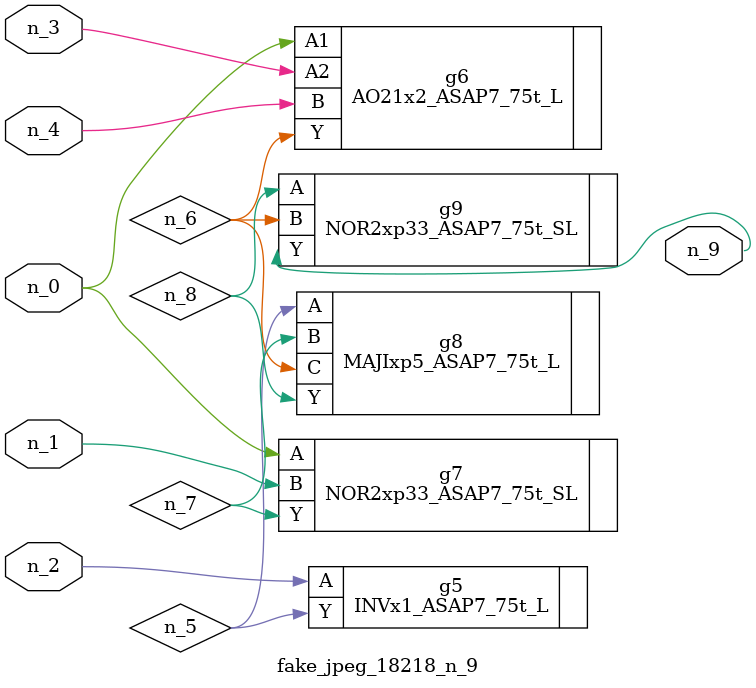
<source format=v>
module fake_jpeg_18218_n_9 (n_3, n_2, n_1, n_0, n_4, n_9);

input n_3;
input n_2;
input n_1;
input n_0;
input n_4;

output n_9;

wire n_8;
wire n_6;
wire n_5;
wire n_7;

INVx1_ASAP7_75t_L g5 ( 
.A(n_2),
.Y(n_5)
);

AO21x2_ASAP7_75t_L g6 ( 
.A1(n_0),
.A2(n_3),
.B(n_4),
.Y(n_6)
);

NOR2xp33_ASAP7_75t_SL g7 ( 
.A(n_0),
.B(n_1),
.Y(n_7)
);

MAJIxp5_ASAP7_75t_L g8 ( 
.A(n_5),
.B(n_7),
.C(n_6),
.Y(n_8)
);

NOR2xp33_ASAP7_75t_SL g9 ( 
.A(n_8),
.B(n_6),
.Y(n_9)
);


endmodule
</source>
